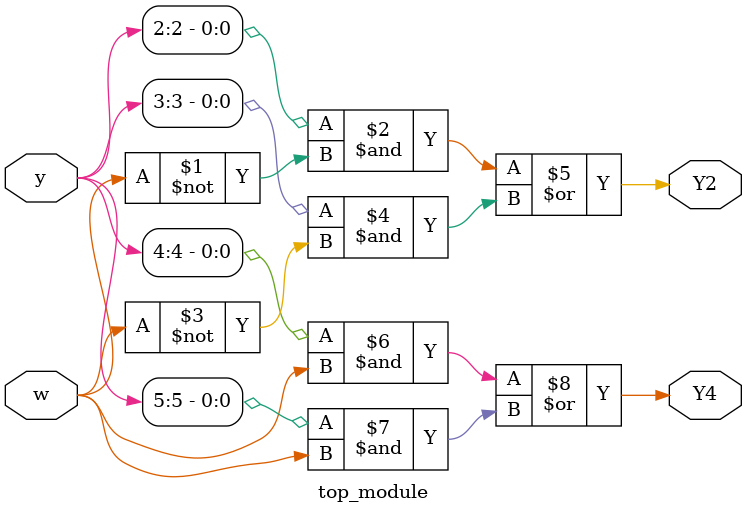
<source format=sv>
module top_module (
    input [6:1] y,
    input w,
    output Y2,
    output Y4
);

// Next-state logic for y[2] (state B and state C)
assign Y2 = (y[2] & ~w) | (y[3] & ~w);

// Next-state logic for y[4] (state D and state E)
assign Y4 = (y[4] & w) | (y[5] & w);

endmodule

</source>
